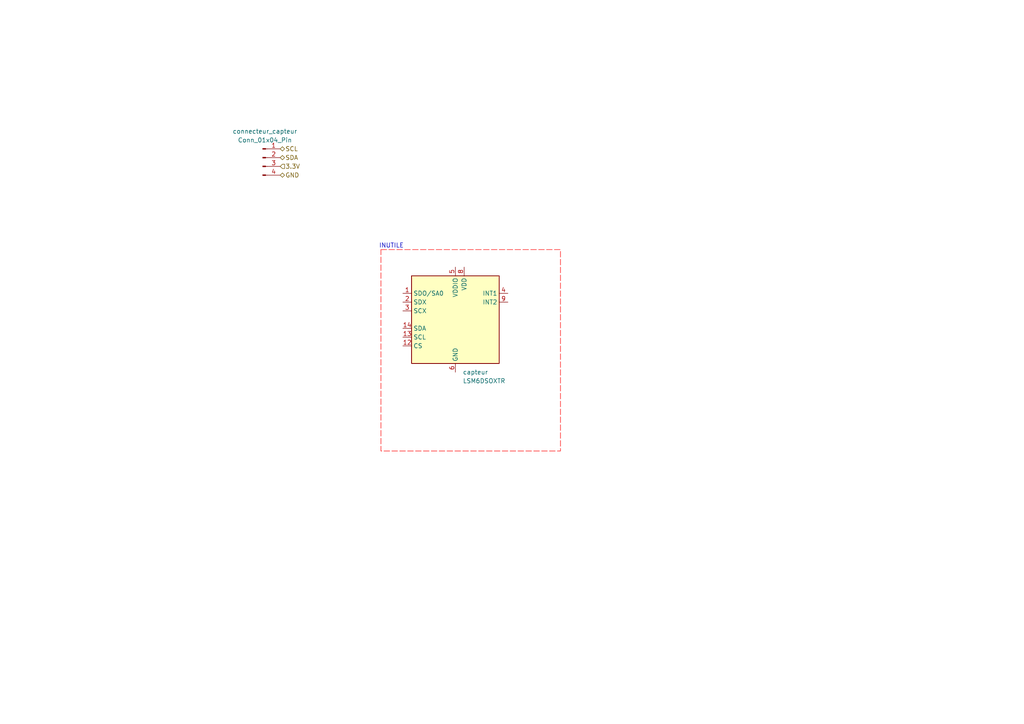
<source format=kicad_sch>
(kicad_sch (version 20250114) (generator "eeschema") (generator_version "9.0")
  (paper "A4")
  (lib_symbols
    (symbol "Connector:Conn_01x04_Pin" (pin_names (offset 1.016) (hide yes))
      (property "Reference" "J" (at 0 5.08 0))
      (property "Value" "Conn_01x04_Pin" (at 0 -7.62 0))
      (symbol "Conn_01x04_Pin_1_1"
        (rectangle (start 0.8636 2.667) (end 0 2.413) (stroke (width 0.1524)) (fill (type outline)))
        (rectangle (start 0.8636 0.127) (end 0 -0.127) (stroke (width 0.1524)) (fill (type outline)))
        (rectangle (start 0.8636 -2.413) (end 0 -2.667) (stroke (width 0.1524)) (fill (type outline)))
        (rectangle (start 0.8636 -4.953) (end 0 -5.207) (stroke (width 0.1524)) (fill (type outline)))
        (polyline (pts (xy 1.27 2.54) (xy 0.8636 2.54)) (stroke (width 0.1524)))
        (polyline (pts (xy 1.27 0) (xy 0.8636 0)) (stroke (width 0.1524)))
        (polyline (pts (xy 1.27 -2.54) (xy 0.8636 -2.54)) (stroke (width 0.1524)))
        (polyline (pts (xy 1.27 -5.08) (xy 0.8636 -5.08)) (stroke (width 0.1524)))
        (pin passive line (at 5.08 2.54 180) (length 3.81) (name "Pin_1") (number "1"))
        (pin passive line (at 5.08 0 180) (length 3.81) (name "Pin_2") (number "2"))
        (pin passive line (at 5.08 -2.54 180) (length 3.81) (name "Pin_3") (number "3"))
        (pin passive line (at 5.08 -5.08 180) (length 3.81) (name "Pin_4") (number "4"))
      )
    )
    (symbol "Sensor_Motion:LSM6DS3"
      (property "Reference" "U" (at -11.43 15.24 0))
      (property "Value" "LSM6DS3" (at -11.43 12.7 0))
      (symbol "LSM6DS3_0_1"
        (rectangle (start -12.7 12.7) (end 12.7 -12.7) (stroke (width 0.254)) (fill (type background)))
      )
      (symbol "LSM6DS3_1_1"
        (pin bidirectional line (at -15.24 7.62 0) (length 2.54) (name "SDO/SA0") (number "1"))
        (pin bidirectional line (at -15.24 5.08 0) (length 2.54) (name "SDX") (number "2"))
        (pin input line (at -15.24 2.54 0) (length 2.54) (name "SCX") (number "3"))
        (pin bidirectional line (at -15.24 -2.54 0) (length 2.54) (name "SDA") (number "14"))
        (pin input line (at -15.24 -5.08 0) (length 2.54) (name "SCL") (number "13"))
        (pin input line (at -15.24 -7.62 0) (length 2.54) (name "CS") (number "12"))
        (pin power_in line (at 0 15.24 270) (length 2.54) (name "VDDIO") (number "5"))
        (pin power_in line (at 0 -15.24 90) (length 2.54) (name "GND") (number "6"))
        (pin passive line (at 0 -15.24 90) (length 2.54) (hide yes) (name "GND") (number "7"))
        (pin power_in line (at 2.54 15.24 270) (length 2.54) (name "VDD") (number "8"))
        (pin no_connect line (at 12.7 -2.54 180) (length 3.81) (hide yes) (name "NC") (number "11"))
        (pin no_connect line (at 12.7 -5.08 180) (length 3.81) (hide yes) (name "NC") (number "10"))
        (pin output line (at 15.24 7.62 180) (length 2.54) (name "INT1") (number "4"))
        (pin output line (at 15.24 5.08 180) (length 2.54) (name "INT2") (number "9"))
      )
    )
  )
  (text "INUTILE" (at 113.538 71.374 0) (effects (font (size 1.27 1.27))))
  (hierarchical_label "SDA" (shape bidirectional) (at 81.28 45.72 0))
  (hierarchical_label "3.3V" (shape input) (at 81.28 48.26 0))
  (hierarchical_label "GND" (shape bidirectional) (at 81.28 50.8 0))
  (hierarchical_label "SCL" (shape bidirectional) (at 81.28 43.18 0))
  (rule_area (polyline (pts (xy 110.49 72.39) (xy 162.56 72.39) (xy 162.56 130.81) (xy 110.49 130.81)) (stroke (width 0) (type dash))))
  (symbol (lib_id "Sensor_Motion:LSM6DS3") (at 132.08 92.71 0) (unit 1)
    (property "Reference" "capteur" (at 134.2233 107.95 0) (effects (justify left)))
    (property "Value" "LSM6DSOXTR" (at 134.2233 110.49 0) (effects (justify left)))
    (property "Footprint" "Package_LGA:LGA-14_3x2.5mm_P0.5mm_LayoutBorder3x4y" (effects (hide yes)))
    (property "Datasheet" "https://www.st.com/resource/en/datasheet/lsm6dsox.pdf" (effects (hide yes)))
    (property "Description" "I2C/SPI, iNEMO inertial module: always-on 3D accelerometer and 3D gyroscope" (effects (hide yes)))
  )
  (symbol (lib_id "Connector:Conn_01x04_Pin") (at 76.2 45.72 0) (unit 1)
    (property "Reference" "connecteur_capteur" (at 76.835 38.1 0))
    (property "Value" "Conn_01x04_Pin" (at 76.835 40.64 0))
    (property "Description" "Generic connector, single row, 01x04, script generated" (effects (hide yes)))
  )
)
</source>
